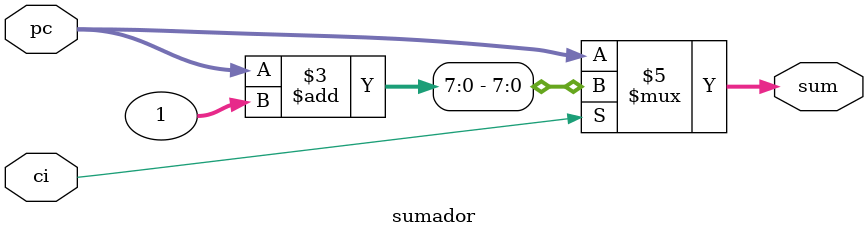
<source format=v>
module sumador (pc, ci, sum);

	input					ci;
	input 	[7:0]		pc;
	output	[7:0]		sum;
	
	reg		[7:0] 	sum;
	
always @(ci)	

	begin
	
		if (ci==1)
			sum = pc+1;
		else
			sum = pc;

	end		
	
endmodule

</source>
